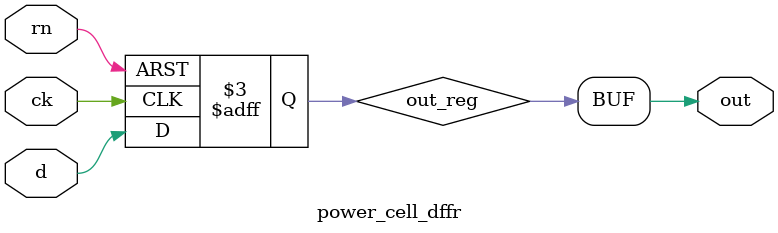
<source format=sv>

module power_cell_buf(
	input wire in,
	output wire out
);

assign out = in;

endmodule

module power_cell_mux(
	input wire ina,
	input wire inb,
	input wire sel,
	output wire out
);

assign out = sel ? inb : ina;

endmodule

module power_cell_and(
	input wire ina,
	input wire inb,
	output wire out
);

assign out = inb & ina;

endmodule

module power_cell_or(
	input wire ina,
	input wire inb,
	output wire out
);

assign out = inb | ina;

endmodule

module power_cell_nand(
	input wire ina,
	input wire inb,
	output wire out
);

assign out = !(inb & ina);

endmodule

module power_cell_nor(
	input wire ina,
	input wire inb,
	output wire out
);

assign out = !(inb | ina);

endmodule

module power_cell_gate(
	input wire ck,
	input wire en,
	output wire out
);

reg enable;

always @(ck or en)
begin
	if(~ck)
		enable = en;
end

assign out = enable & ck;

endmodule

module power_cell_dffs(
	input wire ck,
	input wire sn,
	input wire d,
	output wire out
);

reg out_reg;

assign out = out_reg;

always @(posedge ck or negedge sn)
begin
	if(!sn)
		out_reg <= 1'b1;
	else
		out_reg <= d;
end

endmodule

module power_cell_dffr(
	input wire ck,
	input wire rn,
	input wire d,
	output wire out
);

reg out_reg;

assign out = out_reg;

always @(posedge ck or negedge rn)
begin
	if(!rn)
		out_reg <= 1'b0;
	else
		out_reg <= d;
end

endmodule


</source>
